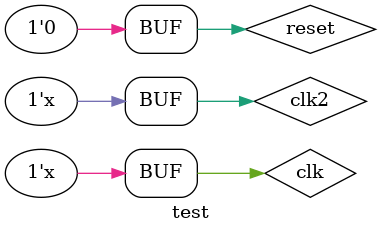
<source format=v>
`timescale 1ns / 1ns

module test();
	
	reg reset   ;
	reg clk     ;
	reg clk2	;

	wire [3:0] sel;
	wire [7:0] seg;
	wire Rx_Serial;
	wire Tx_Serial;
	
	Bus bus1(  
		.reset			(reset		), 
		.clk			(clk		),
		.sel			(sel		),
		.seg			(seg		),
		.Rx_Serial		(Rx_Serial	),
		.Tx_Serial		(Tx_Serial	)
	);
	
	initial begin
		reset   = 1;
		clk     = 0;
		clk2	= 0;
		#100 reset = 0;
	end
	
	always #50 clk = ~clk;

	always #52083 clk2 = ~clk2;
		
endmodule

</source>
